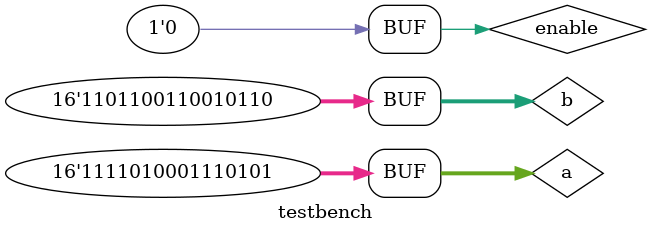
<source format=v>
/*module half_addersub(input a,b,enable, output c,s);
  wire wire1;
  assign wire1 = enable ^ b; 
  assign c = a & wire1;
  assign s = a ^ wire1;
endmodule
*/
module full_addersub(input a,b,cin,output sum, cout);
	assign sum = a ^ b ^ cin;
	assign cout = (a & b) | ((a ^ b) &  cin);
endmodule

module full_addersub16(input enable, input [15:0] a,b, output cout, output [15:0] sum);
	wire[16:0] carrywire;
	assign carrywire[0] = enable;
	genvar x;
	generate
	for(x = 0; x < 16; x = x + 1)
	begin
	full_addersub Adder(a[x],b[x]^enable,carrywire[x],sum[x],carrywire[x+1]);  
	end
	endgenerate
	assign cout = carrywire[16];
endmodule

/* 
 module full_addersub4(input [3:0] a,b, input cin, enable, output cout, output [3:0] s);
  wire wire1, wire2, wire3;
  full_addersub A1(a[0],b[0]^enable,cin,wire1,s[0]);
  full_addersub A2(a[1],b[1]^enable,wire1,wire2,s[1]);
  full_addersub A3(a[2],b[2]^enable,wire2,wire3,s[2]);
  full_addersub A4(a[3],b[3]^enable,wire3,cout,s[3]);
endmodule

module full_addersub162(input [15:0] a,b, input enable, output cout, output [15:0] s);
  wire wire1, wire2, wire3;
  full_addersub4 A1(a[3:0], b[3:0], enable, enable, wire1, s[3:0]);
  full_addersub4 A2(a[7:4], b[7:4], wire1, enable, wire2, s[7:4]);
  full_addersub4 A3(a[11:8], b[11:8], wire2, enable, wire3, s[11:8]);
  full_addersub4 A4(a[15:12], b[15:12], wire3, enable, cout, s[15:12]);
 endmodule
*/
module testbench();

//Testing Adder

  reg [15:0] a, b;
  reg enable;
  wire [15:0] sum;
  wire cout;

  full_addersub16 mult(enable, a, b, cout, sum);

  initial begin 
    a = 0; b = 0; enable = 0;
    #250  a=16'b0000000000000101;b=16'b0000000000000001;
    #250  a=16'b0111010001110101;b=16'b0101100110010110;
    #250  a=16'b1111010001110101;b=16'b1101100110010110;
  end

  initial begin
    $display("        A                          B                               SUM                  COUT");
    $monitor(" %b          %b          %b         %b", a, b, sum,cout);
  end


endmodule


</source>
